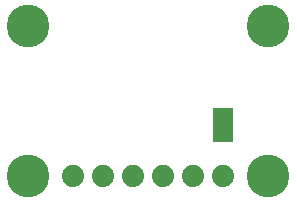
<source format=gbr>
G04 EAGLE Gerber RS-274X export*
G75*
%MOMM*%
%FSLAX34Y34*%
%LPD*%
%INSoldermask Bottom*%
%IPPOS*%
%AMOC8*
5,1,8,0,0,1.08239X$1,22.5*%
G01*
%ADD10C,1.879600*%
%ADD11C,3.617600*%
%ADD12R,1.651000X2.921000*%


D10*
X63500Y25400D03*
X88900Y25400D03*
X114300Y25400D03*
X139700Y25400D03*
X165100Y25400D03*
X190500Y25400D03*
D11*
X25400Y152400D03*
X228600Y152400D03*
X25400Y25400D03*
X228600Y25400D03*
D12*
X190500Y68580D03*
M02*

</source>
